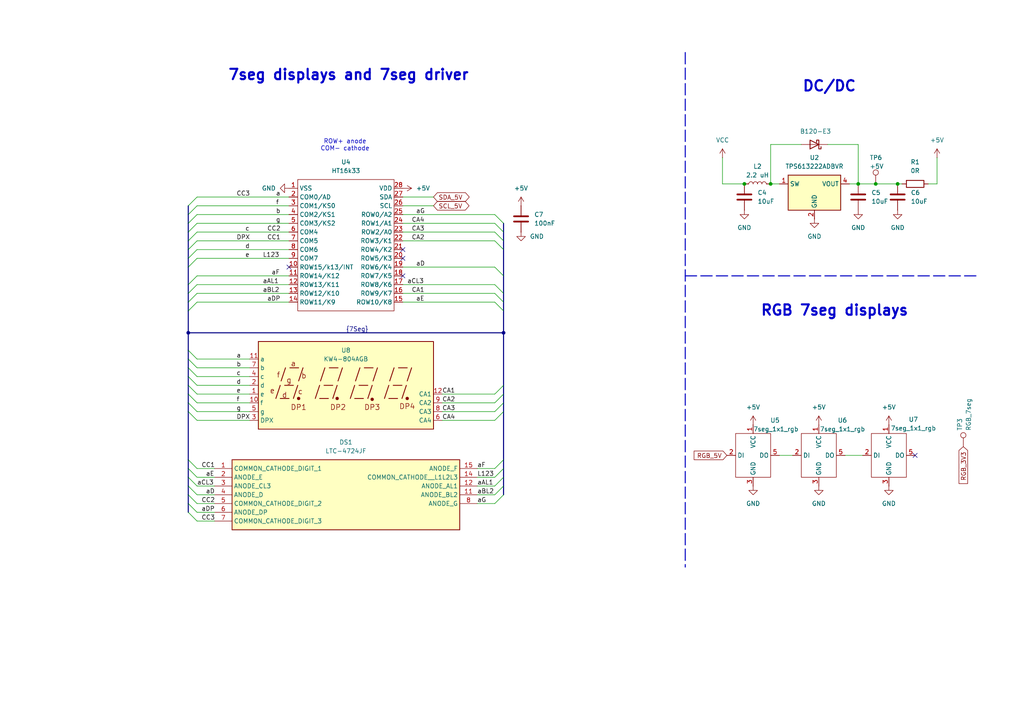
<source format=kicad_sch>
(kicad_sch (version 20231120) (generator "eeschema") (generator_version "8.0")
  (paper "A4")
  (title_block (title "GNSS_Geret") (rev "1"))
  (lib_symbols
    (symbol "7seg_1x1_rgb_1"
      (property "Reference" "U" (at 2.54 6.35 0))
      (property "Value" "7seg_1x1_rgb" (at 7.62 3.81 0))
      (symbol "7seg_1x1_rgb_1_0_1"
        (rectangle (start -5.08 1.27) (end 5.08 -11.43))
      )
      (symbol "7seg_1x1_rgb_1_1_1"
        (pin power_in line (at 0 3.81 270) (length 2.54) (name "VCC") (number "1"))
        (pin input line (at -7.62 -5.08 0) (length 2.54) (name "DI") (number "2"))
        (pin power_in line (at 0 -13.97 90) (length 2.54) (name "GND") (number "3"))
        (pin output line (at 7.62 -5.08 180) (length 2.54) (name "DO") (number "5"))
      )
    )
    (symbol "7seg_rgb:7seg_1x1_rgb"
      (property "Reference" "U" (at 2.54 6.35 0))
      (property "Value" "7seg_1x1_rgb" (at 7.62 3.81 0))
      (symbol "7seg_1x1_rgb_0_1"
        (rectangle (start -5.08 1.27) (end 5.08 -11.43))
      )
      (symbol "7seg_1x1_rgb_1_1"
        (pin power_in line (at 0 3.81 270) (length 2.54) (name "VCC") (number "1"))
        (pin input line (at -7.62 -5.08 0) (length 2.54) (name "DI") (number "2"))
        (pin power_in line (at 0 -13.97 90) (length 2.54) (name "GND") (number "3"))
        (pin output line (at 7.62 -5.08 180) (length 2.54) (name "DO") (number "5"))
      )
    )
    (symbol "Connector:TestPoint" (pin_numbers hide) (pin_names (offset 0.762) hide)
      (property "Reference" "TP" (at 0 6.858 0))
      (property "Value" "TestPoint" (at 0 5.08 0))
      (symbol "TestPoint_0_1"
        (circle (center 0 3.302) (radius 0.762))
      )
      (symbol "TestPoint_1_1"
        (pin passive line (at 0 0 90) (length 2.54) (name "1") (number "1"))
      )
    )
    (symbol "Device:C" (pin_numbers hide) (pin_names (offset 0.254))
      (property "Reference" "C" (at 0.635 2.54 0))
      (property "Value" "C" (at 0.635 -2.54 0))
      (symbol "C_0_1"
        (polyline (pts (xy -2.032 -0.762) (xy 2.032 -0.762)) (stroke (width 0.508)))
        (polyline (pts (xy -2.032 0.762) (xy 2.032 0.762)) (stroke (width 0.508)))
      )
      (symbol "C_1_1"
        (pin passive line (at 0 3.81 270) (length 2.794) (name "~") (number "1"))
        (pin passive line (at 0 -3.81 90) (length 2.794) (name "~") (number "2"))
      )
    )
    (symbol "Device:L" (pin_numbers hide) (pin_names (offset 1.016) hide)
      (property "Reference" "L" (at -1.27 0 90))
      (property "Value" "L" (at 1.905 0 90))
      (symbol "L_0_1"
        (arc (start 0 -2.54) (mid 0.6323 -1.905) (end 0 -1.27))
        (arc (start 0 -1.27) (mid 0.6323 -0.635) (end 0 0))
        (arc (start 0 0) (mid 0.6323 0.635) (end 0 1.27))
        (arc (start 0 1.27) (mid 0.6323 1.905) (end 0 2.54))
      )
      (symbol "L_1_1"
        (pin passive line (at 0 3.81 270) (length 1.27) (name "1") (number "1"))
        (pin passive line (at 0 -3.81 90) (length 1.27) (name "2") (number "2"))
      )
    )
    (symbol "Device:R" (pin_numbers hide) (pin_names (offset 0))
      (property "Reference" "R" (at 2.032 0 90))
      (property "Value" "R" (at 0 0 90))
      (symbol "R_0_1"
        (rectangle (start -1.016 -2.54) (end 1.016 2.54) (stroke (width 0.254)))
      )
      (symbol "R_1_1"
        (pin passive line (at 0 3.81 270) (length 1.27) (name "~") (number "1"))
        (pin passive line (at 0 -3.81 90) (length 1.27) (name "~") (number "2"))
      )
    )
    (symbol "Diode:B120-E3" (pin_numbers hide) (pin_names hide)
      (property "Reference" "D" (at 0 2.54 0))
      (property "Value" "B120-E3" (at 0 -2.54 0))
      (symbol "B120-E3_0_1"
        (polyline (pts (xy 1.27 0) (xy -1.27 0)))
        (polyline (pts (xy 1.27 1.27) (xy 1.27 -1.27) (xy -1.27 0) (xy 1.27 1.27)) (stroke (width 0.254)))
        (polyline (pts (xy -1.905 0.635) (xy -1.905 1.27) (xy -1.27 1.27) (xy -1.27 -1.27) (xy -0.635 -1.27) (xy -0.635 -0.635)) (stroke (width 0.254)))
      )
      (symbol "B120-E3_1_1"
        (pin passive line (at -3.81 0 0) (length 2.54) (name "K") (number "1"))
        (pin passive line (at 3.81 0 180) (length 2.54) (name "A") (number "2"))
      )
    )
    (symbol "Display_Character:CA56-12CGKWA"
      (property "Reference" "U" (at -24.13 13.97 0))
      (property "Value" "CA56-12CGKWA" (at 17.78 13.97 0))
      (symbol "CA56-12CGKWA_0_0"
        (rectangle (start -25.4 12.7) (end 25.4 -12.7) (stroke (width 0.254)) (fill (type background)))
        (polyline (pts (xy -20.32 -3.81) (xy -19.05 0)) (stroke (width 0.254)))
        (polyline (pts (xy -19.05 -3.81) (xy -16.51 -3.81)) (stroke (width 0.254)))
        (polyline (pts (xy -18.796 1.27) (xy -17.526 5.08)) (stroke (width 0.254)))
        (polyline (pts (xy -17.78 0) (xy -15.24 0)) (stroke (width 0.254)))
        (polyline (pts (xy -16.256 5.08) (xy -13.716 5.08)) (stroke (width 0.254)))
        (polyline (pts (xy -15.24 -3.81) (xy -13.97 0)) (stroke (width 0.254)))
        (polyline (pts (xy -13.716 1.27) (xy -12.446 5.08)) (stroke (width 0.254)))
        (polyline (pts (xy -8.89 -3.81) (xy -7.62 0)) (stroke (width 0.254)))
        (polyline (pts (xy -7.62 -3.81) (xy -5.08 -3.81)) (stroke (width 0.254)))
        (polyline (pts (xy -7.366 1.27) (xy -6.096 5.08)) (stroke (width 0.254)))
        (polyline (pts (xy -6.35 0) (xy -3.81 0)) (stroke (width 0.254)))
        (polyline (pts (xy -4.826 5.08) (xy -2.286 5.08)) (stroke (width 0.254)))
        (polyline (pts (xy -3.81 -3.81) (xy -2.54 0)) (stroke (width 0.254)))
        (polyline (pts (xy -2.286 1.27) (xy -1.016 5.08)) (stroke (width 0.254)))
        (polyline (pts (xy 1.27 -3.81) (xy 2.54 0)) (stroke (width 0.254)))
        (polyline (pts (xy 2.54 -3.81) (xy 5.08 -3.81)) (stroke (width 0.254)))
        (polyline (pts (xy 2.794 1.27) (xy 4.064 5.08)) (stroke (width 0.254)))
        (polyline (pts (xy 3.81 0) (xy 6.35 0)) (stroke (width 0.254)))
        (polyline (pts (xy 5.334 5.08) (xy 7.874 5.08)) (stroke (width 0.254)))
        (polyline (pts (xy 6.35 -3.81) (xy 7.62 0)) (stroke (width 0.254)))
        (polyline (pts (xy 7.874 1.27) (xy 9.144 5.08)) (stroke (width 0.254)))
        (polyline (pts (xy 11.176 -3.81) (xy 12.446 0)) (stroke (width 0.254)))
        (polyline (pts (xy 12.446 -3.81) (xy 14.986 -3.81)) (stroke (width 0.254)))
        (polyline (pts (xy 12.7 1.27) (xy 13.97 5.08)) (stroke (width 0.254)))
        (polyline (pts (xy 13.716 0) (xy 16.256 0)) (stroke (width 0.254)))
        (polyline (pts (xy 15.24 5.08) (xy 17.78 5.08)) (stroke (width 0.254)))
        (polyline (pts (xy 16.256 -3.81) (xy 17.526 0)) (stroke (width 0.254)))
        (polyline (pts (xy 17.78 1.27) (xy 19.05 5.08)) (stroke (width 0.254)))
        (text "a" (at -15.24 6.35 0) (effects (font (size 1.524 1.524))))
        (text "b" (at -12.192 2.794 0) (effects (font (size 1.524 1.524))))
        (text "c" (at -13.208 -1.778 0) (effects (font (size 1.524 1.524))))
        (text "d" (at -17.78 -2.794 0) (effects (font (size 1.524 1.524))))
        (text "DP1" (at -13.716 -6.35 0) (effects (font (size 1.524 1.524))))
        (text "DP2" (at -2.286 -6.35 0) (effects (font (size 1.524 1.524))))
        (text "DP3" (at 7.62 -6.35 0) (effects (font (size 1.524 1.524))))
        (text "DP4" (at 17.78 -6.096 0) (effects (font (size 1.524 1.524))))
        (text "e" (at -21.336 -1.524 0) (effects (font (size 1.524 1.524))))
        (text "f" (at -19.558 3.048 0) (effects (font (size 1.524 1.524))))
        (text "g" (at -16.51 1.524 0) (effects (font (size 1.524 1.524))))
      )
      (symbol "CA56-12CGKWA_0_1"
        (circle (center -13.716 -3.81) (radius 0.3556) (stroke (width 0.254)) (fill (type outline)))
        (circle (center -2.54 -3.81) (radius 0.3556) (stroke (width 0.254)) (fill (type outline)))
      )
      (symbol "CA56-12CGKWA_1_0"
        (circle (center 7.62 -4.064) (radius 0.3556) (stroke (width 0.254)) (fill (type outline)))
        (circle (center 17.78 -3.81) (radius 0.3556) (stroke (width 0.254)) (fill (type outline)))
      )
      (symbol "CA56-12CGKWA_1_1"
        (pin input line (at -27.94 -2.54 0) (length 2.54) (name "e") (number "1"))
        (pin input line (at -27.94 -5.08 0) (length 2.54) (name "f") (number "10"))
        (pin input line (at -27.94 7.62 0) (length 2.54) (name "a") (number "11"))
        (pin input line (at 27.94 -2.54 180) (length 2.54) (name "CA1") (number "12"))
        (pin input line (at -27.94 0 0) (length 2.54) (name "d") (number "2"))
        (pin input line (at -27.94 -10.16 0) (length 2.54) (name "DPX") (number "3"))
        (pin input line (at -27.94 2.54 0) (length 2.54) (name "c") (number "4"))
        (pin input line (at -27.94 -7.62 0) (length 2.54) (name "g") (number "5"))
        (pin input line (at 27.94 -10.16 180) (length 2.54) (name "CA4") (number "6"))
        (pin input line (at -27.94 5.08 0) (length 2.54) (name "b") (number "7"))
        (pin input line (at 27.94 -7.62 180) (length 2.54) (name "CA3") (number "8"))
        (pin input line (at 27.94 -5.08 180) (length 2.54) (name "CA2") (number "9"))
      )
    )
    (symbol "HT16k33:HT16k33"
      (property "Reference" "U" (at 0 21.59 0))
      (property "Value" "HT16k33" (at 0 19.05 0))
      (symbol "HT16k33_0_1"
        (rectangle (start -13.97 24.13) (end 13.97 -13.97))
      )
      (symbol "HT16k33_1_1"
        (pin power_in line (at -16.51 21.59 0) (length 2.54) (name "VSS") (number "1"))
        (pin output line (at -16.51 -1.27 0) (length 2.54) (name "ROW15/k13/INT") (number "10"))
        (pin output line (at -16.51 -3.81 0) (length 2.54) (name "ROW14/K12") (number "11"))
        (pin output line (at -16.51 -6.35 0) (length 2.54) (name "ROW13/K11") (number "12"))
        (pin output line (at -16.51 -8.89 0) (length 2.54) (name "ROW12/K10") (number "13"))
        (pin output line (at -16.51 -11.43 0) (length 2.54) (name "ROW11/K9") (number "14"))
        (pin output line (at 16.51 -11.43 180) (length 2.54) (name "ROW10/K8") (number "15"))
        (pin output line (at 16.51 -8.89 180) (length 2.54) (name "ROW9/K7") (number "16"))
        (pin output line (at 16.51 -6.35 180) (length 2.54) (name "ROW8/K6") (number "17"))
        (pin output line (at 16.51 -3.81 180) (length 2.54) (name "ROW7/K5") (number "18"))
        (pin output line (at 16.51 -1.27 180) (length 2.54) (name "ROW6/K4") (number "19"))
        (pin bidirectional line (at -16.51 19.05 0) (length 2.54) (name "COM0/AD") (number "2"))
        (pin output line (at 16.51 1.27 180) (length 2.54) (name "ROW5/K3") (number "20"))
        (pin output line (at 16.51 3.81 180) (length 2.54) (name "ROW4/K2") (number "21"))
        (pin output line (at 16.51 6.35 180) (length 2.54) (name "ROW3/K1") (number "22"))
        (pin output line (at 16.51 8.89 180) (length 2.54) (name "ROW2/A0") (number "23"))
        (pin output line (at 16.51 11.43 180) (length 2.54) (name "ROW1/A1") (number "24"))
        (pin output line (at 16.51 13.97 180) (length 2.54) (name "ROW0/A2") (number "25"))
        (pin bidirectional line (at 16.51 16.51 180) (length 2.54) (name "SCL") (number "26"))
        (pin bidirectional line (at 16.51 19.05 180) (length 2.54) (name "SDA") (number "27"))
        (pin power_in line (at 16.51 21.59 180) (length 2.54) (name "VDD") (number "28"))
        (pin bidirectional line (at -16.51 16.51 0) (length 2.54) (name "COM1/KS0") (number "3"))
        (pin bidirectional line (at -16.51 13.97 0) (length 2.54) (name "COM2/KS1") (number "4"))
        (pin bidirectional line (at -16.51 11.43 0) (length 2.54) (name "COM3/KS2") (number "5"))
        (pin bidirectional line (at -16.51 8.89 0) (length 2.54) (name "COM4") (number "6"))
        (pin bidirectional line (at -16.51 6.35 0) (length 2.54) (name "COM5") (number "7"))
        (pin bidirectional line (at -16.51 3.81 0) (length 2.54) (name "COM6") (number "8"))
        (pin bidirectional line (at -16.51 1.27 0) (length 2.54) (name "COM7") (number "9"))
      )
    )
    (symbol "LTC-4724JF:LTC-4724JF"
      (property "Reference" "DS" (at 72.39 7.62 0))
      (property "Value" "LTC-4724JF" (at 72.39 5.08 0))
      (symbol "LTC-4724JF_1_1"
        (rectangle (start 5.08 2.54) (end 71.12 -17.78) (stroke (width 0.254)) (fill (type background)))
        (pin passive line (at 0 0 0) (length 5.08) (name "COMMON_CATHODE_DIGIT_1") (number "1"))
        (pin passive line (at 76.2 -7.62 180) (length 5.08) (name "ANODE_BL2") (number "11"))
        (pin passive line (at 76.2 -5.08 180) (length 5.08) (name "ANODE_AL1") (number "12"))
        (pin passive line (at 76.2 -2.54 180) (length 5.08) (name "COMMON_CATHODE__L1L2L3") (number "14"))
        (pin passive line (at 76.2 0 180) (length 5.08) (name "ANODE_F") (number "15"))
        (pin passive line (at 0 -2.54 0) (length 5.08) (name "ANODE_E") (number "2"))
        (pin passive line (at 0 -5.08 0) (length 5.08) (name "ANODE_CL3") (number "3"))
        (pin passive line (at 0 -7.62 0) (length 5.08) (name "ANODE_D") (number "4"))
        (pin passive line (at 0 -10.16 0) (length 5.08) (name "COMMON_CATHODE_DIGIT_2") (number "5"))
        (pin passive line (at 0 -12.7 0) (length 5.08) (name "ANODE_DP") (number "6"))
        (pin passive line (at 0 -15.24 0) (length 5.08) (name "COMMON_CATHODE_DIGIT_3") (number "7"))
        (pin passive line (at 76.2 -10.16 180) (length 5.08) (name "ANODE_G") (number "8"))
      )
    )
    (symbol "Regulator_Switching:TPS613226ADBV"
      (property "Reference" "U" (at -7.62 6.35 0))
      (property "Value" "TPS613226ADBV" (at 2.54 6.35 0))
      (symbol "TPS613226ADBV_0_1"
        (rectangle (start -7.62 5.08) (end 7.62 -5.08) (stroke (width 0.254)) (fill (type background)))
      )
      (symbol "TPS613226ADBV_1_1"
        (pin power_in line (at -10.16 2.54 0) (length 2.54) (name "SW") (number "1"))
        (pin power_in line (at 0 -7.62 90) (length 2.54) (name "GND") (number "2"))
        (pin no_connect line (at -7.62 -2.54 0) (length 2.54) hide (name "NC") (number "3"))
        (pin power_out line (at 10.16 2.54 180) (length 2.54) (name "VOUT") (number "4"))
        (pin no_connect line (at 7.62 -2.54 180) (length 2.54) hide (name "NC") (number "5"))
      )
    )
    (symbol "power:+5V" (power) (pin_numbers hide) (pin_names (offset 0) hide)
      (property "Value" "+5V" (at 0 3.556 0))
      (symbol "+5V_0_1"
        (polyline (pts (xy -0.762 1.27) (xy 0 2.54)))
        (polyline (pts (xy 0 0) (xy 0 2.54)))
        (polyline (pts (xy 0 2.54) (xy 0.762 1.27)))
      )
      (symbol "+5V_1_1"
        (pin power_in line (at 0 0 90) (length 0) (name "~") (number "1"))
      )
    )
    (symbol "power:GND" (power) (pin_numbers hide) (pin_names (offset 0) hide)
      (property "Value" "GND" (at 0 -3.81 0))
      (symbol "GND_0_1"
        (polyline (pts (xy 0 0) (xy 0 -1.27) (xy 1.27 -1.27) (xy 0 -2.54) (xy -1.27 -1.27) (xy 0 -1.27)))
      )
      (symbol "GND_1_1"
        (pin power_in line (at 0 0 270) (length 0) (name "~") (number "1"))
      )
    )
    (symbol "power:VCC" (power) (pin_numbers hide) (pin_names (offset 0) hide)
      (property "Value" "VCC" (at 0 3.556 0))
      (symbol "VCC_0_1"
        (polyline (pts (xy -0.762 1.27) (xy 0 2.54)))
        (polyline (pts (xy 0 0) (xy 0 2.54)))
        (polyline (pts (xy 0 2.54) (xy 0.762 1.27)))
      )
      (symbol "VCC_1_1"
        (pin power_in line (at 0 0 90) (length 0) (name "~") (number "1"))
      )
    )
  )
  (bus_alias "7Seg" (members "a" "b" "c" "d" "e" "f" "g" "DPX" "CA1" "CA2" "CA3" "CA4" "CC1" "CC2" "CC3" "L123" "aE" "aD" "aDP" "aCL3" "aF" "aAL1" "aBL2" "aG"))
  (junction (at 215.9 53.34))
  (junction (at 248.92 53.34))
  (junction (at 254 53.34))
  (junction (at 146.05 96.52))
  (junction (at 260.35 53.34))
  (junction (at 54.61 96.52))
  (junction (at 223.52 53.34))
  (no_connect (at 83.82 77.47))
  (no_connect (at 116.84 80.01))
  (no_connect (at 265.43 132.08))
  (no_connect (at 116.84 74.93))
  (no_connect (at 116.84 72.39))
  (bus_entry (at 54.61 114.3) (size 2.54 2.54))
  (bus_entry (at 54.61 146.05) (size 2.54 2.54))
  (bus_entry (at 146.05 116.84) (size -2.54 2.54))
  (bus_entry (at 54.61 106.68) (size 2.54 2.54))
  (bus_entry (at 146.05 64.77) (size -2.54 -2.54))
  (bus_entry (at 54.61 74.93) (size 2.54 -2.54))
  (bus_entry (at 54.61 101.6) (size 2.54 2.54))
  (bus_entry (at 54.61 59.69) (size 2.54 -2.54))
  (bus_entry (at 54.61 85.09) (size 2.54 -2.54))
  (bus_entry (at 54.61 82.55) (size 2.54 -2.54))
  (bus_entry (at 54.61 148.59) (size 2.54 2.54))
  (bus_entry (at 146.05 69.85) (size -2.54 -2.54))
  (bus_entry (at 54.61 72.39) (size 2.54 -2.54))
  (bus_entry (at 146.05 133.35) (size -2.54 2.54))
  (bus_entry (at 146.05 114.3) (size -2.54 2.54))
  (bus_entry (at 54.61 87.63) (size 2.54 -2.54))
  (bus_entry (at 146.05 143.51) (size -2.54 2.54))
  (bus_entry (at 54.61 133.35) (size 2.54 2.54))
  (bus_entry (at 146.05 80.01) (size -2.54 -2.54))
  (bus_entry (at 54.61 135.89) (size 2.54 2.54))
  (bus_entry (at 54.61 119.38) (size 2.54 2.54))
  (bus_entry (at 54.61 138.43) (size 2.54 2.54))
  (bus_entry (at 54.61 62.23) (size 2.54 -2.54))
  (bus_entry (at 146.05 119.38) (size -2.54 2.54))
  (bus_entry (at 146.05 111.76) (size -2.54 2.54))
  (bus_entry (at 146.05 72.39) (size -2.54 -2.54))
  (bus_entry (at 54.61 90.17) (size 2.54 -2.54))
  (bus_entry (at 146.05 140.97) (size -2.54 2.54))
  (bus_entry (at 54.61 67.31) (size 2.54 -2.54))
  (bus_entry (at 54.61 104.14) (size 2.54 2.54))
  (bus_entry (at 146.05 67.31) (size -2.54 -2.54))
  (bus_entry (at 54.61 64.77) (size 2.54 -2.54))
  (bus_entry (at 146.05 135.89) (size -2.54 2.54))
  (bus_entry (at 146.05 138.43) (size -2.54 2.54))
  (bus_entry (at 146.05 87.63) (size -2.54 -2.54))
  (bus_entry (at 54.61 140.97) (size 2.54 2.54))
  (bus_entry (at 146.05 85.09) (size -2.54 -2.54))
  (bus_entry (at 54.61 143.51) (size 2.54 2.54))
  (bus_entry (at 54.61 77.47) (size 2.54 -2.54))
  (bus_entry (at 54.61 109.22) (size 2.54 2.54))
  (bus_entry (at 54.61 111.76) (size 2.54 2.54))
  (bus_entry (at 146.05 90.17) (size -2.54 -2.54))
  (bus_entry (at 54.61 116.84) (size 2.54 2.54))
  (bus_entry (at 54.61 69.85) (size 2.54 -2.54))
  (wire (pts (xy 248.92 53.34) (xy 248.92 41.91)))
  (wire (pts (xy 138.43 143.51) (xy 143.51 143.51)))
  (wire (pts (xy 128.27 119.38) (xy 143.51 119.38)))
  (wire (pts (xy 57.15 72.39) (xy 83.82 72.39)))
  (bus (pts (xy 54.61 67.31) (xy 54.61 69.85)))
  (bus (pts (xy 146.05 119.38) (xy 146.05 116.84)))
  (polyline (pts (xy 198.755 80.01) (xy 283.845 80.01)) (stroke (width 0.3) (type dash)))
  (wire (pts (xy 57.15 57.15) (xy 83.82 57.15)))
  (wire (pts (xy 57.15 135.89) (xy 62.23 135.89)))
  (bus (pts (xy 54.61 119.38) (xy 54.61 133.35)))
  (wire (pts (xy 138.43 146.05) (xy 143.51 146.05)))
  (wire (pts (xy 116.84 67.31) (xy 143.51 67.31)))
  (bus (pts (xy 54.61 62.23) (xy 54.61 64.77)))
  (wire (pts (xy 138.43 135.89) (xy 143.51 135.89)))
  (wire (pts (xy 116.84 87.63) (xy 143.51 87.63)))
  (wire (pts (xy 57.15 59.69) (xy 83.82 59.69)))
  (wire (pts (xy 57.15 109.22) (xy 72.39 109.22)))
  (wire (pts (xy 57.15 67.31) (xy 83.82 67.31)))
  (wire (pts (xy 254 53.34) (xy 260.35 53.34)))
  (bus (pts (xy 54.61 82.55) (xy 54.61 85.09)))
  (wire (pts (xy 138.43 140.97) (xy 143.51 140.97)))
  (bus (pts (xy 54.61 111.76) (xy 54.61 114.3)))
  (wire (pts (xy 138.43 138.43) (xy 143.51 138.43)))
  (wire (pts (xy 57.15 69.85) (xy 83.82 69.85)))
  (wire (pts (xy 125.73 57.15) (xy 116.84 57.15)))
  (wire (pts (xy 57.15 114.3) (xy 72.39 114.3)))
  (bus (pts (xy 146.05 119.38) (xy 146.05 133.35)))
  (bus (pts (xy 146.05 133.35) (xy 146.05 135.89)))
  (wire (pts (xy 57.15 106.68) (xy 72.39 106.68)))
  (wire (pts (xy 128.27 121.92) (xy 143.51 121.92)))
  (bus (pts (xy 54.61 85.09) (xy 54.61 87.63)))
  (wire (pts (xy 57.15 121.92) (xy 72.39 121.92)))
  (bus (pts (xy 54.61 72.39) (xy 54.61 74.93)))
  (bus (pts (xy 146.05 87.63) (xy 146.05 90.17)))
  (wire (pts (xy 245.11 132.08) (xy 250.19 132.08)))
  (wire (pts (xy 57.15 148.59) (xy 62.23 148.59)))
  (wire (pts (xy 240.03 41.91) (xy 248.92 41.91)))
  (wire (pts (xy 232.41 41.91) (xy 223.52 41.91)))
  (bus (pts (xy 146.05 72.39) (xy 146.05 80.01)))
  (wire (pts (xy 57.15 87.63) (xy 83.82 87.63)))
  (bus (pts (xy 146.05 85.09) (xy 146.05 87.63)))
  (bus (pts (xy 54.61 114.3) (xy 54.61 116.84)))
  (wire (pts (xy 116.84 85.09) (xy 143.51 85.09)))
  (bus (pts (xy 146.05 140.97) (xy 146.05 143.51)))
  (bus (pts (xy 54.61 143.51) (xy 54.61 140.97)))
  (wire (pts (xy 116.84 64.77) (xy 143.51 64.77)))
  (bus (pts (xy 54.61 109.22) (xy 54.61 111.76)))
  (bus (pts (xy 54.61 135.89) (xy 54.61 133.35)))
  (wire (pts (xy 209.55 53.34) (xy 215.9 53.34)))
  (bus (pts (xy 146.05 69.85) (xy 146.05 72.39)))
  (wire (pts (xy 223.52 53.34) (xy 226.06 53.34)))
  (wire (pts (xy 226.06 132.08) (xy 229.87 132.08)))
  (wire (pts (xy 57.15 74.93) (xy 83.82 74.93)))
  (wire (pts (xy 57.15 116.84) (xy 72.39 116.84)))
  (bus (pts (xy 146.05 80.01) (xy 146.05 85.09)))
  (wire (pts (xy 57.15 64.77) (xy 83.82 64.77)))
  (bus (pts (xy 54.61 96.52) (xy 146.05 96.52)))
  (bus (pts (xy 54.61 148.59) (xy 54.61 146.05)))
  (wire (pts (xy 57.15 151.13) (xy 62.23 151.13)))
  (bus (pts (xy 54.61 104.14) (xy 54.61 106.68)))
  (wire (pts (xy 57.15 119.38) (xy 72.39 119.38)))
  (bus (pts (xy 146.05 114.3) (xy 146.05 111.76)))
  (wire (pts (xy 223.52 41.91) (xy 223.52 53.34)))
  (wire (pts (xy 57.15 146.05) (xy 62.23 146.05)))
  (bus (pts (xy 54.61 138.43) (xy 54.61 135.89)))
  (wire (pts (xy 57.15 104.14) (xy 72.39 104.14)))
  (bus (pts (xy 146.05 138.43) (xy 146.05 140.97)))
  (wire (pts (xy 57.15 143.51) (xy 62.23 143.51)))
  (bus (pts (xy 54.61 116.84) (xy 54.61 119.38)))
  (wire (pts (xy 260.35 53.34) (xy 261.62 53.34)))
  (wire (pts (xy 57.15 62.23) (xy 83.82 62.23)))
  (bus (pts (xy 54.61 106.68) (xy 54.61 109.22)))
  (wire (pts (xy 271.78 53.34) (xy 269.24 53.34)))
  (wire (pts (xy 143.51 116.84) (xy 128.27 116.84)))
  (wire (pts (xy 271.78 45.72) (xy 271.78 53.34)))
  (wire (pts (xy 209.55 45.72) (xy 209.55 53.34)))
  (bus (pts (xy 146.05 96.52) (xy 146.05 111.76)))
  (bus (pts (xy 54.61 101.6) (xy 54.61 104.14)))
  (bus (pts (xy 54.61 64.77) (xy 54.61 67.31)))
  (bus (pts (xy 54.61 140.97) (xy 54.61 138.43)))
  (bus (pts (xy 146.05 90.17) (xy 146.05 96.52)))
  (bus (pts (xy 54.61 87.63) (xy 54.61 90.17)))
  (bus (pts (xy 54.61 96.52) (xy 54.61 101.6)))
  (bus (pts (xy 54.61 74.93) (xy 54.61 77.47)))
  (wire (pts (xy 116.84 69.85) (xy 143.51 69.85)))
  (bus (pts (xy 54.61 77.47) (xy 54.61 82.55)))
  (wire (pts (xy 57.15 138.43) (xy 62.23 138.43)))
  (bus (pts (xy 54.61 90.17) (xy 54.61 96.52)))
  (bus (pts (xy 146.05 67.31) (xy 146.05 69.85)))
  (wire (pts (xy 57.15 140.97) (xy 62.23 140.97)))
  (polyline (pts (xy 198.755 15.24) (xy 198.755 164.465)) (stroke (width 0.3) (type dash)))
  (wire (pts (xy 248.92 53.34) (xy 254 53.34)))
  (wire (pts (xy 116.84 77.47) (xy 143.51 77.47)))
  (bus (pts (xy 54.61 146.05) (xy 54.61 143.51)))
  (bus (pts (xy 146.05 116.84) (xy 146.05 114.3)))
  (bus (pts (xy 146.05 135.89) (xy 146.05 138.43)))
  (wire (pts (xy 116.84 82.55) (xy 143.51 82.55)))
  (wire (pts (xy 57.15 82.55) (xy 83.82 82.55)))
  (wire (pts (xy 143.51 114.3) (xy 128.27 114.3)))
  (bus (pts (xy 54.61 59.69) (xy 54.61 62.23)))
  (wire (pts (xy 125.73 59.69) (xy 116.84 59.69)))
  (wire (pts (xy 57.15 80.01) (xy 83.82 80.01)))
  (wire (pts (xy 57.15 85.09) (xy 83.82 85.09)))
  (wire (pts (xy 248.92 53.34) (xy 246.38 53.34)))
  (wire (pts (xy 57.15 111.76) (xy 72.39 111.76)))
  (bus (pts (xy 146.05 64.77) (xy 146.05 67.31)))
  (wire (pts (xy 116.84 62.23) (xy 143.51 62.23)))
  (bus (pts (xy 54.61 69.85) (xy 54.61 72.39)))
  (text "RGB 7seg displays" (at 242.062 90.17 0) (effects (font (size 3 3) (bold yes))))
  (text "7seg displays and 7seg driver\n" (at 101.092 21.844 0) (effects (font (size 3 3) (thickness 0.6) (bold yes))))
  (text "ROW+ anode\nCOM- cathode" (at 100.076 42.164 0) (effects (font (size 1.27 1.27))))
  (text "DC/DC\n" (at 240.538 25.146 0) (effects (font (size 3 3) (thickness 0.6) (bold yes))))
  (label "CC1" (at 77.47 69.85 0))
  (label "c" (at 71.12 67.31 0))
  (label "CA2" (at 119.38 69.85 0))
  (label "f" (at 80.01 59.69 0))
  (label "aCL3" (at 57.15 140.97 0))
  (label "c" (at 68.58 109.22 0))
  (label "{7Seg}" (at 100.33 96.52 0))
  (label "CA1" (at 128.27 114.3 0))
  (label "g" (at 80.01 64.77 0))
  (label "aD" (at 59.69 143.51 0))
  (label "aG" (at 120.65 62.23 0))
  (label "aBL2" (at 138.43 143.51 0))
  (label "aF" (at 78.74 80.01 0))
  (label "aAL1" (at 76.2 82.55 0))
  (label "CA3" (at 119.38 67.31 0))
  (label "CC1" (at 58.42 135.89 0))
  (label "CA2" (at 128.27 116.84 0))
  (label "aD" (at 120.65 77.47 0))
  (label "DPX" (at 68.58 121.92 0))
  (label "CC3" (at 68.58 57.15 0))
  (label "CC2" (at 77.47 67.31 0))
  (label "aE" (at 120.65 87.63 0))
  (label "aDP" (at 58.42 148.59 0))
  (label "CA4" (at 119.38 64.77 0))
  (label "aG" (at 138.43 146.05 0))
  (label "L123" (at 138.43 138.43 0))
  (label "CC3" (at 58.42 151.13 0))
  (label "e" (at 71.12 74.93 0))
  (label "L123" (at 76.2 74.93 0))
  (label "a" (at 68.58 104.14 0))
  (label "b" (at 68.58 106.68 0))
  (label "aF" (at 138.43 135.89 0))
  (label "g" (at 68.58 119.38 0))
  (label "d" (at 68.58 111.76 0))
  (label "aBL2" (at 76.2 85.09 0))
  (label "d" (at 71.12 72.39 0))
  (label "aAL1" (at 138.43 140.97 0))
  (label "aE" (at 59.69 138.43 0))
  (label "a" (at 80.01 57.15 0))
  (label "aDP" (at 77.47 87.63 0))
  (label "CA4" (at 128.27 121.92 0))
  (label "CA1" (at 119.38 85.09 0))
  (label "CA3" (at 128.27 119.38 0))
  (label "f" (at 68.58 116.84 0))
  (label "aCL3" (at 118.11 82.55 0))
  (label "e" (at 68.58 114.3 0))
  (label "DPX" (at 68.58 69.85 0))
  (label "b" (at 80.01 62.23 0))
  (label "CC2" (at 58.42 146.05 0))
  (global_label "SCL_5V" (shape bidirectional) (at 125.73 59.69 0) (property "Intersheetrefs" "${INTERSHEET_REFS}" (effects (hide yes))))
  (global_label "RGB_5V" (shape input) (at 210.82 132.08 180) (property "Intersheetrefs" "${INTERSHEET_REFS}" (effects (hide yes))))
  (global_label "SDA_5V" (shape bidirectional) (at 125.73 57.15 0) (property "Intersheetrefs" "${INTERSHEET_REFS}" (effects (hide yes))))
  (global_label "RGB_3V3" (shape input) (at 279.4 129.54 270) (property "Intersheetrefs" "${INTERSHEET_REFS}" (effects (hide yes))))
  (symbol (lib_id "Diode:B120-E3") (at 236.22 41.91 180) (unit 1)
    (property "Reference" "D2" (effects (hide yes)))
    (property "Value" "B120-E3" (at 236.5375 38.1 0))
    (property "Footprint" "Diode_SMD:D_SMA" (effects (hide yes)))
    (property "Datasheet" "http://www.vishay.com/docs/88946/b120.pdf" (effects (hide yes)))
    (property "Description" "20V 1A Schottky Barrier Rectifier Diode, SMA(DO-214AC)" (effects (hide yes)))
  )
  (symbol (lib_id "power:+5V") (at 237.49 123.19 0) (unit 1)
    (property "Reference" "#PWR040" (effects (hide yes)))
    (property "Value" "+5V" (at 237.49 118.11 0))
    (property "Description" "Power symbol creates a global label with name \"+5V\"" (effects (hide yes)))
  )
  (symbol (lib_id "power:GND") (at 257.81 140.97 0) (unit 1)
    (property "Reference" "#PWR045" (effects (hide yes)))
    (property "Value" "GND" (at 257.81 146.05 0))
    (property "Description" "Power symbol creates a global label with name \"GND\" , ground" (effects (hide yes)))
  )
  (symbol (lib_id "power:GND") (at 248.92 60.96 0) (unit 1)
    (property "Reference" "#PWR024" (effects (hide yes)))
    (property "Value" "GND" (at 248.92 66.04 0))
    (property "Description" "Power symbol creates a global label with name \"GND\" , ground" (effects (hide yes)))
  )
  (symbol (lib_id "LTC-4724JF:LTC-4724JF") (at 62.23 135.89 0) (unit 1)
    (property "Reference" "DS1" (at 100.33 128.27 0))
    (property "Value" "LTC-4724JF" (at 100.33 130.81 0))
    (property "Footprint" "Display_7Segment:LTC4724JF" (effects (hide yes)))
    (property "Datasheet" "https://media.digikey.com/pdf/Data%20Sheets/Lite-On%20PDFs/LTC-4724JF.pdf" (effects (hide yes)))
    (property "Description" "Display Modules - LED Character and Numeric Orange-Yellow 7-Segment 3 Character Common Cathode 2.05V 20mA 0.504\" H x 1.182\" W x 0.276\" D (12.80mm x 30.02mm x 7.00mm) 15-DIP (0.400\", 10.16mm), 12 Leads" (effects (hide yes)))
    (property "Height" "7.25" (effects (hide yes)))
    (property "Mouser Part Number" "859-LTC-4724JF" (effects (hide yes)))
    (property "Mouser Price/Stock" "https://www.mouser.co.uk/ProductDetail/Lite-On/LTC-4724JF?qs=WxFF5lh7QM3mPMzrz6PqaQ%3D%3D" (effects (hide yes)))
    (property "Manufacturer_Name" "Lite-On" (effects (hide yes)))
    (property "Manufacturer_Part_Number" "LTC-4724JF" (effects (hide yes)))
  )
  (symbol (lib_id "power:+5V") (at 257.81 123.19 0) (unit 1)
    (property "Reference" "#PWR041" (effects (hide yes)))
    (property "Value" "+5V" (at 257.81 118.11 0))
    (property "Description" "Power symbol creates a global label with name \"+5V\"" (effects (hide yes)))
  )
  (symbol (lib_id "power:+5V") (at 116.84 54.61 270) (unit 1)
    (property "Reference" "#PWR060" (effects (hide yes)))
    (property "Value" "+5V" (at 120.65 54.6099 90) (effects (justify left)))
    (property "Description" "Power symbol creates a global label with name \"+5V\"" (effects (hide yes)))
  )
  (symbol (lib_id "power:+5V") (at 218.44 123.19 0) (unit 1)
    (property "Reference" "#PWR039" (effects (hide yes)))
    (property "Value" "+5V" (at 218.44 118.11 0))
    (property "Description" "Power symbol creates a global label with name \"+5V\"" (effects (hide yes)))
  )
  (symbol (lib_id "Connector:TestPoint") (at 254 53.34 0) (unit 1)
    (property "Reference" "TP6" (at 252.222 45.72 0) (effects (justify left)))
    (property "Value" "+5V" (at 252.222 48.26 0) (effects (justify left)))
    (property "Footprint" "TestPoint:TestPoint_Pad_D1.5mm" (effects (hide yes)))
    (property "Description" "test point" (effects (hide yes)))
  )
  (symbol (lib_id "power:+5V") (at 271.78 45.72 0) (unit 1)
    (property "Reference" "#PWR022" (effects (hide yes)))
    (property "Value" "+5V" (at 271.78 40.64 0))
    (property "Description" "Power symbol creates a global label with name \"+5V\"" (effects (hide yes)))
  )
  (symbol (lib_id "Device:C") (at 260.35 57.15 0) (unit 1)
    (property "Reference" "C6" (at 264.16 55.8799 0) (effects (justify left)))
    (property "Value" "10uF" (at 264.16 58.4199 0) (effects (justify left)))
    (property "Footprint" "Capacitor_SMD:C_0603_1608Metric_Pad1.08x0.95mm_HandSolder" (effects (hide yes)))
    (property "Description" "Unpolarized capacitor" (effects (hide yes)))
  )
  (symbol (lib_id "power:GND") (at 260.35 60.96 0) (unit 1)
    (property "Reference" "#PWR025" (effects (hide yes)))
    (property "Value" "GND" (at 260.35 66.04 0))
    (property "Description" "Power symbol creates a global label with name \"GND\" , ground" (effects (hide yes)))
  )
  (symbol (lib_id "power:GND") (at 237.49 140.97 0) (unit 1)
    (property "Reference" "#PWR044" (effects (hide yes)))
    (property "Value" "GND" (at 237.49 146.05 0))
    (property "Description" "Power symbol creates a global label with name \"GND\" , ground" (effects (hide yes)))
  )
  (symbol (lib_id "power:GND") (at 236.22 63.5 0) (unit 1)
    (property "Reference" "#PWR026" (effects (hide yes)))
    (property "Value" "GND" (at 236.22 68.58 0))
    (property "Description" "Power symbol creates a global label with name \"GND\" , ground" (effects (hide yes)))
  )
  (symbol (lib_id "power:GND") (at 151.13 67.31 0) (unit 1)
    (property "Reference" "#PWR038" (effects (hide yes)))
    (property "Value" "GND" (at 153.67 68.5799 0) (effects (justify left)))
    (property "Description" "Power symbol creates a global label with name \"GND\" , ground" (effects (hide yes)))
  )
  (symbol (lib_id "HT16k33:HT16k33") (at 100.33 76.2 0) (unit 1)
    (property "Reference" "U4" (at 100.33 46.99 0))
    (property "Value" "HT16k33" (at 100.33 49.53 0))
    (property "Footprint" "w_smd_dil:soic-28" (effects (hide yes)))
    (property "Datasheet" "https://cdn-shop.adafruit.com/datasheets/ht16K33v110.pdf" (effects (hide yes)))
  )
  (symbol (lib_id "Device:C") (at 215.9 57.15 0) (unit 1)
    (property "Reference" "C4" (at 219.71 55.8799 0) (effects (justify left)))
    (property "Value" "10uF" (at 219.71 58.4199 0) (effects (justify left)))
    (property "Footprint" "Capacitor_SMD:C_0603_1608Metric_Pad1.08x0.95mm_HandSolder" (effects (hide yes)))
    (property "Description" "Unpolarized capacitor" (effects (hide yes)))
  )
  (symbol (lib_id "power:VCC") (at 209.55 45.72 0) (unit 1)
    (property "Reference" "#PWR021" (effects (hide yes)))
    (property "Value" "VCC" (at 209.55 40.64 0))
    (property "Description" "Power symbol creates a global label with name \"VCC\"" (effects (hide yes)))
  )
  (symbol (lib_id "Regulator_Switching:TPS613226ADBV") (at 236.22 55.88 0) (unit 1)
    (property "Reference" "U2" (at 236.22 45.72 0))
    (property "Value" "TPS613222ADBVR" (at 236.22 48.26 0))
    (property "Footprint" "Package_TO_SOT_SMD:SOT-23-5" (effects (hide yes)))
    (property "Datasheet" "https://www.ti.com/lit/ds/symlink/tps61322.pdf?ts=1722714894282&ref_url=https%253A%252F%252Fwww.mouser.co.uk%252F" (effects (hide yes)))
    (property "Description" "1.2A Step-Up Converter, 3.6V Output Voltage, 0.9-5.5V Input Voltage, SOT-23-5" (effects (hide yes)))
  )
  (symbol (lib_name "7seg_1x1_rgb_1") (lib_id "7seg_rgb:7seg_1x1_rgb") (at 218.44 127 0) (unit 1)
    (property "Reference" "U5" (at 224.79 121.92 0))
    (property "Value" "7seg_1x1_rgb" (at 225.044 124.46 0))
    (property "Footprint" "7seg_rgb:7seg_1x1_rgb" (effects (hide yes)))
    (property "Datasheet" "https://rgbdigit.com/Documents/RGBDigit_datasheet_V4-9-4-17.pdf" (effects (hide yes)))
  )
  (symbol (lib_id "Device:C") (at 151.13 63.5 0) (unit 1)
    (property "Reference" "C7" (at 154.94 62.2299 0) (effects (justify left)))
    (property "Value" "100nF" (at 154.94 64.7699 0) (effects (justify left)))
    (property "Footprint" "Capacitor_SMD:C_0805_2012Metric_Pad1.18x1.45mm_HandSolder" (effects (hide yes)))
    (property "Description" "Unpolarized capacitor" (effects (hide yes)))
  )
  (symbol (lib_id "power:+5V") (at 151.13 59.69 0) (unit 1)
    (property "Reference" "#PWR036" (effects (hide yes)))
    (property "Value" "+5V" (at 151.13 54.61 0))
    (property "Description" "Power symbol creates a global label with name \"+5V\"" (effects (hide yes)))
  )
  (symbol (lib_id "7seg_rgb:7seg_1x1_rgb") (at 237.49 127 0) (unit 1)
    (property "Reference" "U6" (at 244.348 121.92 0))
    (property "Value" "7seg_1x1_rgb" (at 244.348 124.46 0))
    (property "Footprint" "7seg_rgb:7seg_1x1_rgb" (effects (hide yes)))
    (property "Datasheet" "https://rgbdigit.com/Documents/RGBDigit_datasheet_V4-9-4-17.pdf" (effects (hide yes)))
  )
  (symbol (lib_id "Connector:TestPoint") (at 279.4 129.54 0) (unit 1)
    (property "Reference" "TP3" (at 278.384 124.968 90) (effects (justify left)))
    (property "Value" "RGB_7seg" (at 280.924 124.968 90) (effects (justify left)))
    (property "Footprint" "TestPoint:TestPoint_Pad_D1.5mm" (effects (hide yes)))
    (property "Description" "test point" (effects (hide yes)))
  )
  (symbol (lib_id "power:GND") (at 83.82 54.61 270) (unit 1)
    (property "Reference" "#PWR037" (effects (hide yes)))
    (property "Value" "GND" (at 80.01 54.6099 90) (effects (justify right)))
    (property "Description" "Power symbol creates a global label with name \"GND\" , ground" (effects (hide yes)))
  )
  (symbol (lib_id "power:GND") (at 218.44 140.97 0) (unit 1)
    (property "Reference" "#PWR043" (effects (hide yes)))
    (property "Value" "GND" (at 218.44 146.05 0))
    (property "Description" "Power symbol creates a global label with name \"GND\" , ground" (effects (hide yes)))
  )
  (symbol (lib_id "Device:C") (at 248.92 57.15 0) (unit 1)
    (property "Reference" "C5" (at 252.73 55.8799 0) (effects (justify left)))
    (property "Value" "10uF" (at 252.73 58.4199 0) (effects (justify left)))
    (property "Footprint" "Capacitor_SMD:C_0603_1608Metric_Pad1.08x0.95mm_HandSolder" (effects (hide yes)))
    (property "Description" "Unpolarized capacitor" (effects (hide yes)))
  )
  (symbol (lib_id "7seg_rgb:7seg_1x1_rgb") (at 257.81 127 0) (unit 1)
    (property "Reference" "U7" (at 264.922 121.666 0))
    (property "Value" "7seg_1x1_rgb" (at 264.922 124.206 0))
    (property "Footprint" "7seg_rgb:7seg_1x1_rgb" (effects (hide yes)))
    (property "Datasheet" "https://rgbdigit.com/Documents/RGBDigit_datasheet_V4-9-4-17.pdf" (effects (hide yes)))
  )
  (symbol (lib_id "power:GND") (at 215.9 60.96 0) (unit 1)
    (property "Reference" "#PWR023" (effects (hide yes)))
    (property "Value" "GND" (at 215.9 66.04 0))
    (property "Description" "Power symbol creates a global label with name \"GND\" , ground" (effects (hide yes)))
  )
  (symbol (lib_id "Display_Character:CA56-12CGKWA") (at 100.33 111.76 0) (unit 1)
    (property "Reference" "U8" (at 100.33 101.6 0))
    (property "Value" "KW4-804AGB" (at 100.33 104.14 0))
    (property "Footprint" "7seg_rgb:7seg_4x1" (effects (hide yes)))
    (property "Datasheet" "https://www.email.cz/download/k/PvZHjCvBn5gaqv_DUIQZsTekGK5Ux3w7xvJvVsbswz-NUu2ZO5TJBOk88wZ1SH8SMFQLHrw/kw4-804xgb.pdf" (effects (hide yes)))
    (property "Description" "4 digit 7 segment Green LED, common anode" (effects (hide yes)))
  )
  (symbol (lib_id "Device:L") (at 219.71 53.34 90) (unit 1)
    (property "Reference" "L2" (at 219.71 48.26 90))
    (property "Value" "2.2 uH" (at 219.71 50.8 90))
    (property "Footprint" "Inductor_SMD:L_1008_2520Metric_Pad1.43x2.20mm_HandSolder" (effects (hide yes)))
    (property "Description" "Inductor" (effects (hide yes)))
  )
  (symbol (lib_id "Device:R") (at 265.43 53.34 90) (unit 1)
    (property "Reference" "R1" (at 265.43 46.99 90))
    (property "Value" "0R" (at 265.43 49.53 90))
    (property "Footprint" "Resistor_SMD:R_0805_2012Metric_Pad1.20x1.40mm_HandSolder" (effects (hide yes)))
    (property "Description" "Resistor" (effects (hide yes)))
  )
)
</source>
